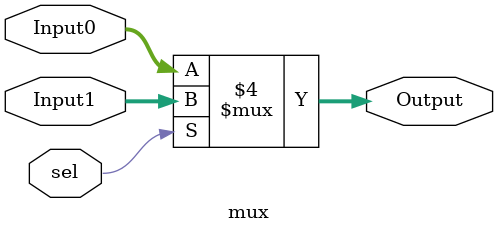
<source format=v>
module mux(Input0,Input1,sel,Output
    );

    input wire[63:0] Input0;
    input wire[63:0] Input1;
    input sel;
    output reg[63:0] Output;
    
    
    always @(sel or Input0 or Input1)
    begin
        if(sel == 0) 
            Output = Input0; 
        else
            Output = Input1;  
    end
    
endmodule
</source>
